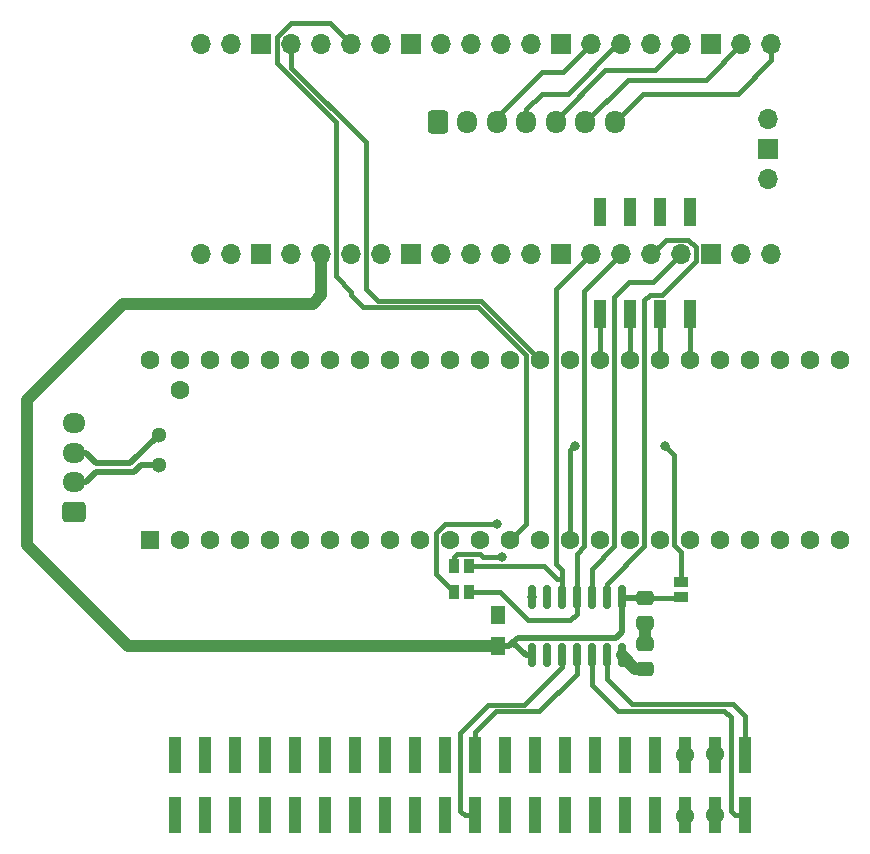
<source format=gtl>
G04 #@! TF.GenerationSoftware,KiCad,Pcbnew,(6.0.1)*
G04 #@! TF.CreationDate,2022-01-19T01:46:26+10:00*
G04 #@! TF.ProjectId,RedPyKeeb_MCU,52656450-794b-4656-9562-5f4d43552e6b,rev?*
G04 #@! TF.SameCoordinates,Original*
G04 #@! TF.FileFunction,Copper,L1,Top*
G04 #@! TF.FilePolarity,Positive*
%FSLAX46Y46*%
G04 Gerber Fmt 4.6, Leading zero omitted, Abs format (unit mm)*
G04 Created by KiCad (PCBNEW (6.0.1)) date 2022-01-19 01:46:26*
%MOMM*%
%LPD*%
G01*
G04 APERTURE LIST*
G04 Aperture macros list*
%AMRoundRect*
0 Rectangle with rounded corners*
0 $1 Rounding radius*
0 $2 $3 $4 $5 $6 $7 $8 $9 X,Y pos of 4 corners*
0 Add a 4 corners polygon primitive as box body*
4,1,4,$2,$3,$4,$5,$6,$7,$8,$9,$2,$3,0*
0 Add four circle primitives for the rounded corners*
1,1,$1+$1,$2,$3*
1,1,$1+$1,$4,$5*
1,1,$1+$1,$6,$7*
1,1,$1+$1,$8,$9*
0 Add four rect primitives between the rounded corners*
20,1,$1+$1,$2,$3,$4,$5,0*
20,1,$1+$1,$4,$5,$6,$7,0*
20,1,$1+$1,$6,$7,$8,$9,0*
20,1,$1+$1,$8,$9,$2,$3,0*%
G04 Aperture macros list end*
G04 #@! TA.AperFunction,ComponentPad*
%ADD10RoundRect,0.250000X0.725000X-0.600000X0.725000X0.600000X-0.725000X0.600000X-0.725000X-0.600000X0*%
G04 #@! TD*
G04 #@! TA.AperFunction,ComponentPad*
%ADD11O,1.950000X1.700000*%
G04 #@! TD*
G04 #@! TA.AperFunction,SMDPad,CuDef*
%ADD12RoundRect,0.150000X-0.150000X0.825000X-0.150000X-0.825000X0.150000X-0.825000X0.150000X0.825000X0*%
G04 #@! TD*
G04 #@! TA.AperFunction,ComponentPad*
%ADD13RoundRect,0.250000X-0.600000X-0.725000X0.600000X-0.725000X0.600000X0.725000X-0.600000X0.725000X0*%
G04 #@! TD*
G04 #@! TA.AperFunction,ComponentPad*
%ADD14O,1.700000X1.950000*%
G04 #@! TD*
G04 #@! TA.AperFunction,SMDPad,CuDef*
%ADD15RoundRect,0.250000X-0.475000X0.337500X-0.475000X-0.337500X0.475000X-0.337500X0.475000X0.337500X0*%
G04 #@! TD*
G04 #@! TA.AperFunction,SMDPad,CuDef*
%ADD16RoundRect,0.250000X0.475000X-0.337500X0.475000X0.337500X-0.475000X0.337500X-0.475000X-0.337500X0*%
G04 #@! TD*
G04 #@! TA.AperFunction,ComponentPad*
%ADD17R,1.600000X1.600000*%
G04 #@! TD*
G04 #@! TA.AperFunction,ComponentPad*
%ADD18C,1.600000*%
G04 #@! TD*
G04 #@! TA.AperFunction,ComponentPad*
%ADD19C,1.300000*%
G04 #@! TD*
G04 #@! TA.AperFunction,SMDPad,CuDef*
%ADD20R,1.300000X1.500000*%
G04 #@! TD*
G04 #@! TA.AperFunction,SMDPad,CuDef*
%ADD21R,1.120000X2.440000*%
G04 #@! TD*
G04 #@! TA.AperFunction,SMDPad,CuDef*
%ADD22R,0.970000X1.270000*%
G04 #@! TD*
G04 #@! TA.AperFunction,SMDPad,CuDef*
%ADD23R,1.270000X0.970000*%
G04 #@! TD*
G04 #@! TA.AperFunction,SMDPad,CuDef*
%ADD24R,1.000000X3.150000*%
G04 #@! TD*
G04 #@! TA.AperFunction,ComponentPad*
%ADD25O,1.700000X1.700000*%
G04 #@! TD*
G04 #@! TA.AperFunction,ComponentPad*
%ADD26R,1.700000X1.700000*%
G04 #@! TD*
G04 #@! TA.AperFunction,ViaPad*
%ADD27C,0.800000*%
G04 #@! TD*
G04 #@! TA.AperFunction,ViaPad*
%ADD28C,1.524000*%
G04 #@! TD*
G04 #@! TA.AperFunction,Conductor*
%ADD29C,1.016000*%
G04 #@! TD*
G04 #@! TA.AperFunction,Conductor*
%ADD30C,0.381000*%
G04 #@! TD*
G04 #@! TA.AperFunction,Conductor*
%ADD31C,0.508000*%
G04 #@! TD*
G04 APERTURE END LIST*
D10*
X24403400Y-61615200D03*
D11*
X24403400Y-59115200D03*
X24403400Y-56615200D03*
X24403400Y-54115200D03*
D12*
X70783800Y-68792200D03*
X69513800Y-68792200D03*
X68243800Y-68792200D03*
X66973800Y-68792200D03*
X65703800Y-68792200D03*
X64433800Y-68792200D03*
X63163800Y-68792200D03*
X63163800Y-73742200D03*
X64433800Y-73742200D03*
X65703800Y-73742200D03*
X66973800Y-73742200D03*
X68243800Y-73742200D03*
X69513800Y-73742200D03*
X70783800Y-73742200D03*
D13*
X55200000Y-28600000D03*
D14*
X57700000Y-28600000D03*
X60200000Y-28600000D03*
X62700000Y-28600000D03*
X65200000Y-28600000D03*
X67700000Y-28600000D03*
X70200000Y-28600000D03*
D15*
X72714200Y-72820500D03*
X72714200Y-74895500D03*
D16*
X72714200Y-70983900D03*
X72714200Y-68908900D03*
D17*
X30855000Y-63952000D03*
D18*
X33395000Y-63952000D03*
X35935000Y-63952000D03*
X38475000Y-63952000D03*
X41015000Y-63952000D03*
X43555000Y-63952000D03*
X46095000Y-63952000D03*
X48635000Y-63952000D03*
X51175000Y-63952000D03*
X53715000Y-63952000D03*
X56255000Y-63952000D03*
X58795000Y-63952000D03*
X61335000Y-63952000D03*
X63875000Y-63952000D03*
X66415000Y-63952000D03*
X68955000Y-63952000D03*
X71495000Y-63952000D03*
X74035000Y-63952000D03*
X76575000Y-63952000D03*
X79115000Y-63952000D03*
X81655000Y-63952000D03*
X84195000Y-63952000D03*
X86735000Y-63952000D03*
X89275000Y-63952000D03*
X89275000Y-48712000D03*
X86735000Y-48712000D03*
X84195000Y-48712000D03*
X81655000Y-48712000D03*
X79115000Y-48712000D03*
X76575000Y-48712000D03*
X74035000Y-48712000D03*
X71495000Y-48712000D03*
X68955000Y-48712000D03*
X66415000Y-48712000D03*
X63875000Y-48712000D03*
X61335000Y-48712000D03*
X58795000Y-48712000D03*
X56255000Y-48712000D03*
X53715000Y-48712000D03*
X51175000Y-48712000D03*
X48635000Y-48712000D03*
X46095000Y-48712000D03*
X43555000Y-48712000D03*
X41015000Y-48712000D03*
X38475000Y-48712000D03*
X35935000Y-48712000D03*
X33395000Y-48712000D03*
X30855000Y-48712000D03*
X33395000Y-51252000D03*
D19*
X31585000Y-55062000D03*
X31585000Y-57602000D03*
D20*
X60268200Y-70294400D03*
X60268200Y-72994400D03*
D21*
X76575000Y-36228200D03*
X74035000Y-36228200D03*
X71495000Y-36228200D03*
X68955000Y-36228200D03*
X68955000Y-44838200D03*
X71495000Y-44838200D03*
X74035000Y-44838200D03*
X76575000Y-44838200D03*
D22*
X56560000Y-68400000D03*
X57840000Y-68400000D03*
X56560000Y-66200000D03*
X57840000Y-66200000D03*
D23*
X75800000Y-67520000D03*
X75800000Y-68800000D03*
D24*
X32970000Y-82225240D03*
X32970000Y-87275000D03*
X35510000Y-82225000D03*
X35510000Y-87275000D03*
X38050000Y-82225000D03*
X38050000Y-87275000D03*
X40590000Y-82225000D03*
X40590000Y-87275000D03*
X43130000Y-82225000D03*
X43130000Y-87275000D03*
X45670000Y-82225000D03*
X45670000Y-87275000D03*
X48210000Y-82225000D03*
X48210000Y-87275000D03*
X50750000Y-82225000D03*
X50750000Y-87275000D03*
X53290000Y-82225000D03*
X53290000Y-87275000D03*
X55830000Y-82225000D03*
X55830000Y-87275000D03*
X58370000Y-82225000D03*
X58370000Y-87275000D03*
X60910000Y-82225000D03*
X60910000Y-87275000D03*
X63450000Y-82225000D03*
X63450000Y-87275000D03*
X65990000Y-82225000D03*
X65990000Y-87275000D03*
X68530000Y-82225000D03*
X68530000Y-87275000D03*
X71070000Y-82225000D03*
X71070000Y-87275000D03*
X73610000Y-82225000D03*
X73610000Y-87275000D03*
X76150000Y-82225000D03*
X76150000Y-87275000D03*
X78690000Y-82225000D03*
X78690000Y-87275000D03*
X81230000Y-82225240D03*
X81230000Y-87275000D03*
D25*
X35170000Y-22010000D03*
X37710000Y-22010000D03*
D26*
X40250000Y-22010000D03*
D25*
X42790000Y-22010000D03*
X45330000Y-22010000D03*
X47870000Y-22010000D03*
X50410000Y-22010000D03*
D26*
X52950000Y-22010000D03*
D25*
X55490000Y-22010000D03*
X58030000Y-22010000D03*
X60570000Y-22010000D03*
X63110000Y-22010000D03*
D26*
X65650000Y-22010000D03*
D25*
X68190000Y-22010000D03*
X70730000Y-22010000D03*
X73270000Y-22010000D03*
X75810000Y-22010000D03*
D26*
X78350000Y-22010000D03*
D25*
X80890000Y-22010000D03*
X83430000Y-22010000D03*
X83430000Y-39790000D03*
X80890000Y-39790000D03*
D26*
X78350000Y-39790000D03*
D25*
X75810000Y-39790000D03*
X73270000Y-39790000D03*
X70730000Y-39790000D03*
X68190000Y-39790000D03*
D26*
X65650000Y-39790000D03*
D25*
X63110000Y-39790000D03*
X60570000Y-39790000D03*
X58030000Y-39790000D03*
X55490000Y-39790000D03*
D26*
X52950000Y-39790000D03*
D25*
X50410000Y-39790000D03*
X47870000Y-39790000D03*
X45330000Y-39790000D03*
X42790000Y-39790000D03*
D26*
X40250000Y-39790000D03*
D25*
X37710000Y-39790000D03*
X35170000Y-39790000D03*
X83200000Y-28360000D03*
D26*
X83200000Y-30900000D03*
D25*
X83200000Y-33440000D03*
D27*
X40590000Y-82225000D03*
D28*
X76137300Y-87340800D03*
X76150000Y-82197300D03*
D27*
X63163800Y-68778000D03*
X60217400Y-70302000D03*
X72714200Y-70962400D03*
X48210000Y-87275000D03*
X48210000Y-82225000D03*
X45670000Y-87275000D03*
X45670000Y-82225000D03*
X43130000Y-87275000D03*
X43130000Y-82225000D03*
X40590000Y-87275000D03*
X50750000Y-82225000D03*
X50750000Y-87275000D03*
X53290000Y-82225000D03*
X53290000Y-87275000D03*
X55830000Y-82225000D03*
X55830000Y-87275000D03*
X60910000Y-82225000D03*
X68530000Y-82225000D03*
X65990000Y-87275000D03*
X65990000Y-82225000D03*
X63450000Y-87275000D03*
X63450000Y-82225000D03*
X60910000Y-87275000D03*
X58370000Y-87275000D03*
X58370000Y-82130000D03*
D28*
X78715400Y-82146500D03*
X78690000Y-87302700D03*
D27*
X72714200Y-74895500D03*
X38050000Y-87275000D03*
X38050000Y-82225000D03*
X35510000Y-87275000D03*
X35510000Y-82225000D03*
X32970000Y-87275000D03*
X32970000Y-82225000D03*
X68530000Y-87275000D03*
X81230000Y-87275000D03*
X81242700Y-82222700D03*
X74400000Y-56000000D03*
X66800000Y-56000000D03*
X71100000Y-82200000D03*
X71100000Y-87300000D03*
X73600000Y-82200000D03*
X73600000Y-87300000D03*
X71495000Y-36228200D03*
X74035000Y-36228200D03*
X76575000Y-36228200D03*
X68971800Y-36228200D03*
X74035000Y-44838200D03*
X76575000Y-44838200D03*
X71495000Y-44838200D03*
X68955000Y-44838200D03*
X60600000Y-65400000D03*
X60200000Y-62600000D03*
D29*
X72714200Y-70962400D02*
X72714200Y-72820500D01*
D30*
X58370000Y-87275000D02*
X57475000Y-87275000D01*
X65703800Y-73742200D02*
X65703800Y-74717200D01*
X57100000Y-80300000D02*
X57100000Y-86900000D01*
X57475000Y-87275000D02*
X57100000Y-86900000D01*
X62502010Y-77918990D02*
X59481010Y-77918990D01*
X59481010Y-77918990D02*
X57100000Y-80300000D01*
X65703800Y-74717200D02*
X62502010Y-77918990D01*
X58370000Y-82225000D02*
X58370000Y-80230000D01*
X58370000Y-82130000D02*
X58370000Y-80230000D01*
X58370000Y-80230000D02*
X60100000Y-78500000D01*
X60100000Y-78500000D02*
X61534315Y-78500000D01*
X63800000Y-78500000D02*
X66973800Y-75326200D01*
X66973800Y-75326200D02*
X66973800Y-74747872D01*
X66973800Y-73742200D02*
X66973800Y-75326200D01*
X60100000Y-78500000D02*
X63800000Y-78500000D01*
D29*
X71937100Y-74895500D02*
X72714200Y-74895500D01*
X70783800Y-73742200D02*
X71937100Y-74895500D01*
D31*
X26249400Y-58244200D02*
X29474774Y-58244200D01*
X29474774Y-58244200D02*
X30116974Y-57602000D01*
X30116974Y-57602000D02*
X31585000Y-57602000D01*
X24403400Y-59115200D02*
X25378400Y-59115200D01*
X25378400Y-59115200D02*
X26249400Y-58244200D01*
X29160800Y-57486200D02*
X31585000Y-55062000D01*
X26249400Y-57486200D02*
X29160800Y-57486200D01*
X24403400Y-56615200D02*
X25378400Y-56615200D01*
X25378400Y-56615200D02*
X26249400Y-57486200D01*
D30*
X64000000Y-24400000D02*
X65800000Y-24400000D01*
X60200000Y-28600000D02*
X60200000Y-28200000D01*
X60200000Y-28200000D02*
X64000000Y-24400000D01*
X65800000Y-24400000D02*
X68190000Y-22010000D01*
X62700000Y-27500000D02*
X64000000Y-26200000D01*
X66200000Y-26200000D02*
X64000000Y-26200000D01*
X62700000Y-28600000D02*
X62700000Y-27500000D01*
X70390000Y-22010000D02*
X66200000Y-26200000D01*
X70730000Y-22010000D02*
X70390000Y-22010000D01*
X80600000Y-26200000D02*
X72600000Y-26200000D01*
X83430000Y-22010000D02*
X83430000Y-23370000D01*
X83430000Y-23370000D02*
X80600000Y-26200000D01*
X72600000Y-26200000D02*
X70200000Y-28600000D01*
X71300000Y-25000000D02*
X67700000Y-28600000D01*
X77900000Y-25000000D02*
X71300000Y-25000000D01*
X80890000Y-22010000D02*
X77900000Y-25000000D01*
X73620000Y-24200000D02*
X69400000Y-24200000D01*
X69400000Y-24200000D02*
X65200000Y-28400000D01*
X65200000Y-28400000D02*
X65200000Y-28600000D01*
X75810000Y-22010000D02*
X73620000Y-24200000D01*
X79450000Y-78450000D02*
X70450000Y-78450000D01*
X68243800Y-76243800D02*
X68243800Y-73742200D01*
X79450000Y-78450000D02*
X80000000Y-79000000D01*
X70450000Y-78450000D02*
X68243800Y-76243800D01*
X80000000Y-86900000D02*
X80375000Y-87275000D01*
X80375000Y-87275000D02*
X81230000Y-87275000D01*
X80000000Y-79000000D02*
X80000000Y-86900000D01*
X69513800Y-75763800D02*
X71618990Y-77868990D01*
X69513800Y-73742200D02*
X69513800Y-75763800D01*
X80216390Y-77868990D02*
X81230000Y-78882600D01*
X81230000Y-78882600D02*
X81230000Y-82225240D01*
X71618990Y-77868990D02*
X80216390Y-77868990D01*
X66415000Y-63952000D02*
X66415000Y-56385000D01*
X75800000Y-67520000D02*
X75800000Y-65000000D01*
X75800000Y-65000000D02*
X75225501Y-64425501D01*
X75225501Y-64425501D02*
X75225501Y-56825501D01*
X75225501Y-56825501D02*
X74400000Y-56000000D01*
X66415000Y-56385000D02*
X66800000Y-56000000D01*
X76405441Y-38549499D02*
X74510501Y-38549499D01*
X72685501Y-64523441D02*
X72685501Y-43704797D01*
X73162599Y-43227699D02*
X74208243Y-43227699D01*
X74510501Y-38549499D02*
X73270000Y-39790000D01*
X77050501Y-39194559D02*
X76405441Y-38549499D01*
X72685501Y-43704797D02*
X73162599Y-43227699D01*
X69513800Y-68792200D02*
X69513800Y-67695142D01*
X74208243Y-43227699D02*
X77050501Y-40385441D01*
X69513800Y-67695142D02*
X72685501Y-64523441D01*
X77050501Y-40385441D02*
X77050501Y-39194559D01*
X68243800Y-66425142D02*
X70145501Y-64523441D01*
X73458107Y-42141893D02*
X75810000Y-39790000D01*
X68243800Y-68792200D02*
X68243800Y-66425142D01*
X71412011Y-42141893D02*
X73458107Y-42141893D01*
X70145501Y-64523441D02*
X70145501Y-43408403D01*
X70145501Y-43408403D02*
X71412011Y-42141893D01*
X67605501Y-42914499D02*
X70730000Y-39790000D01*
X66973800Y-68792200D02*
X66973800Y-65142501D01*
X60476702Y-68400000D02*
X62876702Y-70800000D01*
X66973800Y-65142501D02*
X67605501Y-64510800D01*
X66400000Y-70800000D02*
X66973800Y-70226200D01*
X67605501Y-64510800D02*
X67605501Y-42914499D01*
X62876702Y-70800000D02*
X66400000Y-70800000D01*
X66973800Y-70226200D02*
X66973800Y-68792200D01*
X57840000Y-68400000D02*
X60476702Y-68400000D01*
X65703800Y-67296200D02*
X65703800Y-66503800D01*
X65296200Y-67296200D02*
X65703800Y-67296200D01*
X57840000Y-66200000D02*
X64200000Y-66200000D01*
X65703800Y-68792200D02*
X65703800Y-67296200D01*
X65224499Y-66024499D02*
X65224499Y-42755501D01*
X65703800Y-66503800D02*
X65224499Y-66024499D01*
X64200000Y-66200000D02*
X65296200Y-67296200D01*
X65224499Y-42755501D02*
X68190000Y-39790000D01*
X74035000Y-44838200D02*
X74035000Y-48712000D01*
X76575000Y-44838200D02*
X76575000Y-48712000D01*
X71495000Y-44838200D02*
X71495000Y-48712000D01*
X68955000Y-44838200D02*
X68955000Y-48712000D01*
X42790000Y-23990000D02*
X42790000Y-22010000D01*
X58881500Y-43718500D02*
X63875000Y-48712000D01*
X49110501Y-30310501D02*
X49110501Y-42693403D01*
X49110501Y-30310501D02*
X42790000Y-23990000D01*
X50135598Y-43718500D02*
X58881500Y-43718500D01*
X49110501Y-42693403D02*
X50135598Y-43718500D01*
X47870000Y-42975060D02*
X46570501Y-41675561D01*
X46570501Y-28592173D02*
X41549499Y-23571171D01*
X46060000Y-20200000D02*
X47870000Y-22010000D01*
X42764058Y-20200000D02*
X46060000Y-20200000D01*
X47870000Y-43270000D02*
X47870000Y-42975060D01*
X41549499Y-21414559D02*
X42764058Y-20200000D01*
X46570501Y-41675561D02*
X46570501Y-28592173D01*
X48899510Y-44299510D02*
X58640838Y-44299510D01*
X62684499Y-48343171D02*
X62684499Y-62602501D01*
X62684499Y-62602501D02*
X61335000Y-63952000D01*
X58640838Y-44299510D02*
X62684499Y-48343171D01*
X41549499Y-23571171D02*
X41549499Y-21414559D01*
X47870000Y-43270000D02*
X48899510Y-44299510D01*
D29*
X28578549Y-43978549D02*
X20400000Y-52157098D01*
D31*
X61233400Y-72994400D02*
X60268200Y-72994400D01*
X72714200Y-68908900D02*
X70900500Y-68908900D01*
D29*
X20400000Y-52157098D02*
X20400000Y-64400000D01*
X44621451Y-43978549D02*
X28578549Y-43978549D01*
D30*
X75691100Y-68908900D02*
X75800000Y-68800000D01*
D31*
X61589000Y-72689600D02*
X62641600Y-73742200D01*
D30*
X72714200Y-68908900D02*
X75691100Y-68908900D01*
D31*
X61589000Y-72638800D02*
X61233400Y-72994400D01*
D29*
X45330000Y-39790000D02*
X45330000Y-43270000D01*
D31*
X61965410Y-72262390D02*
X61589000Y-72638800D01*
D29*
X20400000Y-64400000D02*
X28994400Y-72994400D01*
D31*
X70296610Y-72262390D02*
X70783800Y-71775200D01*
X70900500Y-68908900D02*
X70783800Y-68792200D01*
X62641600Y-73742200D02*
X63163800Y-73742200D01*
X70783800Y-71775200D02*
X70783800Y-68792200D01*
D29*
X45330000Y-43270000D02*
X44621451Y-43978549D01*
D31*
X61965410Y-72262390D02*
X70296610Y-72262390D01*
X61589000Y-72638800D02*
X61589000Y-72689600D01*
D29*
X28994400Y-72994400D02*
X60268200Y-72994400D01*
D30*
X56560000Y-66200000D02*
X56560000Y-65440000D01*
X56857499Y-65142501D02*
X58742501Y-65142501D01*
X59000000Y-65400000D02*
X58742501Y-65142501D01*
X56560000Y-65440000D02*
X56857499Y-65142501D01*
X60600000Y-65400000D02*
X59000000Y-65400000D01*
X55064499Y-63380559D02*
X55845058Y-62600000D01*
X55064499Y-66904499D02*
X55064499Y-63380559D01*
X55845058Y-62600000D02*
X60200000Y-62600000D01*
X56560000Y-68400000D02*
X55064499Y-66904499D01*
M02*

</source>
